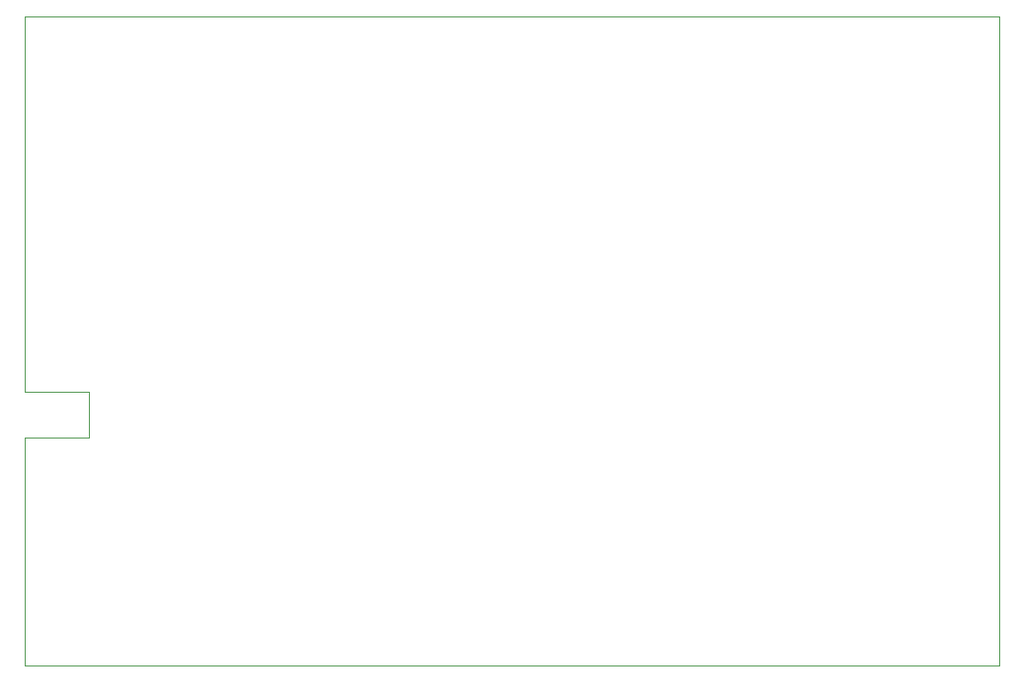
<source format=gbr>
G04 #@! TF.GenerationSoftware,KiCad,Pcbnew,(5.1.5)-3*
G04 #@! TF.CreationDate,2024-04-15T19:36:10+03:00*
G04 #@! TF.ProjectId,Gotek_Floppy_Disk_Emulator_V2,476f7465-6b5f-4466-9c6f-7070795f4469,rev?*
G04 #@! TF.SameCoordinates,Original*
G04 #@! TF.FileFunction,Profile,NP*
%FSLAX46Y46*%
G04 Gerber Fmt 4.6, Leading zero omitted, Abs format (unit mm)*
G04 Created by KiCad (PCBNEW (5.1.5)-3) date 2024-04-15 19:36:10*
%MOMM*%
%LPD*%
G04 APERTURE LIST*
%ADD10C,0.120000*%
G04 APERTURE END LIST*
D10*
X87800000Y-90600000D02*
X81915000Y-90600000D01*
X87800000Y-94800000D02*
X87800000Y-90600000D01*
X81915000Y-94800000D02*
X87800000Y-94800000D01*
X81915000Y-55880000D02*
X81915000Y-90600000D01*
X81915000Y-115880000D02*
X81915000Y-94800000D01*
X171915000Y-115880000D02*
X81915000Y-115880000D01*
X171915000Y-55880000D02*
X171915000Y-115880000D01*
X81915000Y-55880000D02*
X171915000Y-55880000D01*
M02*

</source>
